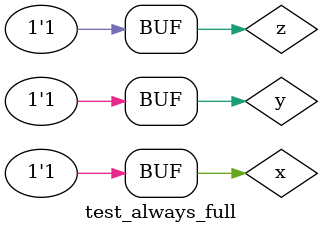
<source format=v>
`timescale 1ns/100ps

module test_always_full();
reg x,y,z;
wire cout,s;

full_adder_always testing_full(cout,s,x,y,z);

initial begin
 x=0;y=0;z=0;
#250; x=0;y=0;z=1;
#250; x=0;y=1;z=0;
#250; x=0;y=1;z=1;
#250; x=1;y=0;z=0;
#250; x=1;y=0;z=1;
#250; x=1;y=1;z=0;
#250; x=1;y=1;z=1;
end

endmodule


</source>
